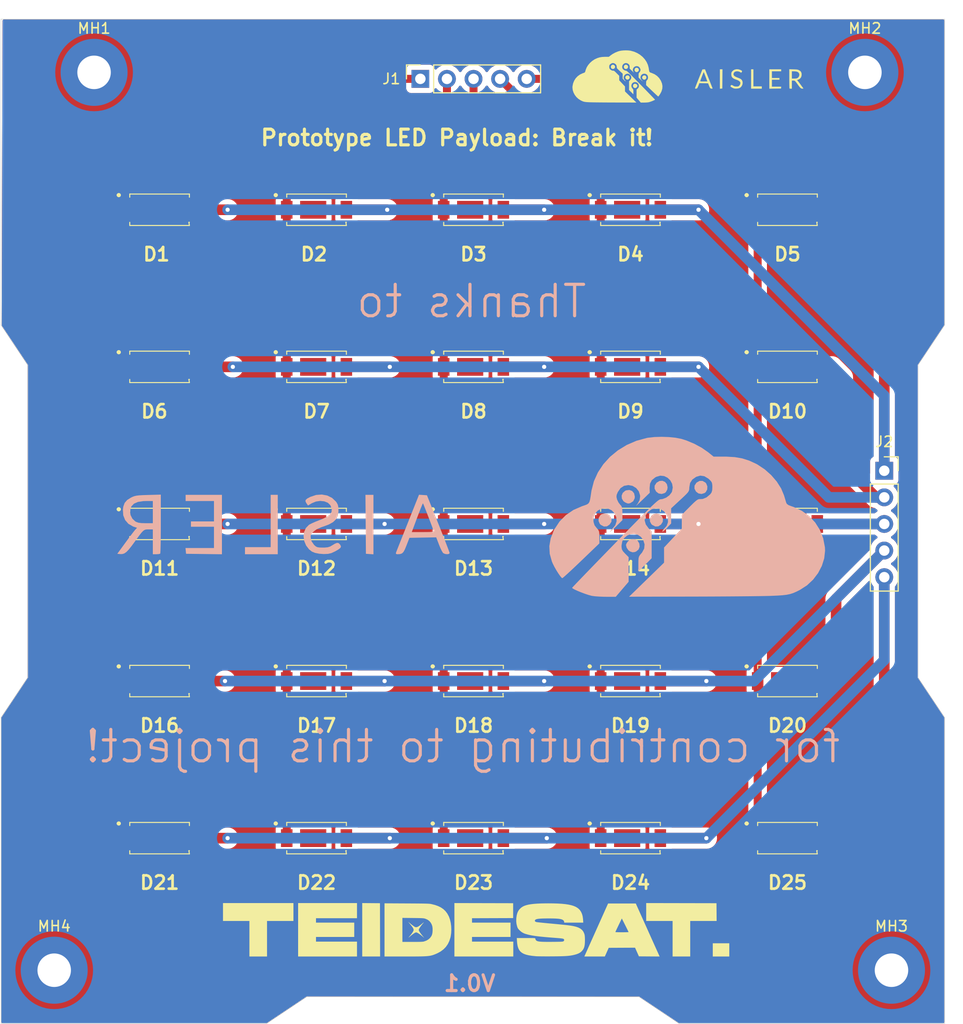
<source format=kicad_pcb>
(kicad_pcb (version 20221018) (generator pcbnew)
  (title_block (comment 4 "AISLER Project ID: OTWVTJQZ"))
  (layers (0 "F.Cu" signal) (31 "B.Cu" signal) (34 "B.Paste" user) (35 "F.Paste" user) (36 "B.SilkS" user "B.Silkscreen") (37 "F.SilkS" user "F.Silkscreen") (38 "B.Mask" user) (39 "F.Mask" user) (44 "Edge.Cuts" user))
  (net 0 "")
  (net 1 "GND")
  (net 2 "/GND_0")
  (net 3 "/VCC_0")
  (net 4 "/GND_1")
  (net 5 "/GND_2")
  (net 6 "/GND_3")
  (net 7 "/GND_4")
  (net 8 "/VCC_1")
  (net 9 "/VCC_2")
  (net 10 "/VCC_3")
  (net 11 "/VCC_4")
  (footprint "MountingHole:MountingHole_3.2mm_M3_Pad" (layer "F.Cu") (at 110.49 55.88)
    (fp_text reference "MH1" (at 0 -4.2) (layer "F.SilkS"))
    (fp_text value "M3")
    (pad "1" thru_hole circle (at 0 0) (size 6.4 6.4) (drill 3.2) (layers "*.Cu" "*.Mask") (net 1 "GND"))
  )
  (footprint "MountingHole:MountingHole_3.2mm_M3_Pad" (layer "F.Cu") (at 184.15 55.88)
    (fp_text reference "MH2" (at 0 -4.2) (layer "F.SilkS"))
    (fp_text value "M3")
    (pad "1" thru_hole circle (at 0 0) (size 6.4 6.4) (drill 3.2) (layers "*.Cu" "*.Mask") (net 1 "GND"))
  )
  (footprint "MountingHole:MountingHole_3.2mm_M3_Pad" (layer "F.Cu") (at 186.69 141.61)
    (fp_text reference "MH3" (at 0 -4.2) (layer "F.SilkS"))
    (fp_text value "M3")
    (pad "1" thru_hole circle (at 0 0) (size 6.4 6.4) (drill 3.2) (layers "*.Cu" "*.Mask") (net 1 "GND"))
  )
  (footprint "MountingHole:MountingHole_3.2mm_M3_Pad" (layer "F.Cu") (at 106.68 141.61)
    (fp_text reference "MH4" (at 0 -4.2) (layer "F.SilkS"))
    (fp_text value "M3")
    (pad "1" thru_hole circle (at 0 0) (size 6.4 6.4) (drill 3.2) (layers "*.Cu" "*.Mask") (net 1 "GND"))
  )
  (footprint "Downloaded Parts:SM5730UWDW05" (layer "F.Cu") (at 146.75 69)
    (fp_text reference "D3" (at 0 4.25) (layer "F.SilkS") (effects (font (size 1.27 1.27) (thickness 0.254))))
    (fp_text value "LED" hide)
    (pad "1" smd rect (at -2.85 0) (size 1.1 1.7) (layers "F.Cu" "F.Paste" "F.Mask") (net 5 "/GND_2"))
    (pad "2" smd rect (at 2.85 0) (size 1.1 1.7) (layers "F.Cu" "F.Paste" "F.Mask") (net 3 "/VCC_0"))
    (pad "3" smd rect (at -0.32 0 90) (size 1.7 2.5) (layers "F.Cu" "F.Paste" "F.Mask"))
  )
  (footprint "Downloaded Parts:SM5730UWDW05" (layer "F.Cu") (at 146.75 114)
    (fp_text reference "D18" (at 0 4.25) (layer "F.SilkS") (effects (font (size 1.27 1.27) (thickness 0.254))))
    (fp_text value "LED" hide)
    (pad "1" smd rect (at -2.85 0) (size 1.1 1.7) (layers "F.Cu" "F.Paste" "F.Mask") (net 5 "/GND_2"))
    (pad "2" smd rect (at 2.85 0) (size 1.1 1.7) (layers "F.Cu" "F.Paste" "F.Mask") (net 10 "/VCC_3"))
    (pad "3" smd rect (at -0.32 0 90) (size 1.7 2.5) (layers "F.Cu" "F.Paste" "F.Mask"))
  )
  (footprint "Downloaded Parts:SM5730UWDW05" (layer "F.Cu") (at 176.75 114)
    (fp_text reference "D20" (at 0 4.25) (layer "F.SilkS") (effects (font (size 1.27 1.27) (thickness 0.254))))
    (fp_text value "LED" hide)
    (pad "1" smd rect (at -2.85 0) (size 1.1 1.7) (layers "F.Cu" "F.Paste" "F.Mask") (net 7 "/GND_4"))
    (pad "2" smd rect (at 2.85 0) (size 1.1 1.7) (layers "F.Cu" "F.Paste" "F.Mask") (net 10 "/VCC_3"))
    (pad "3" smd rect (at -0.32 0 90) (size 1.7 2.5) (layers "F.Cu" "F.Paste" "F.Mask"))
  )
  (footprint "Connector_PinSocket_2.54mm:PinSocket_1x05_P2.54mm_Vertical" (layer "F.Cu") (at 141.67 56.5 90)
    (fp_text reference "J1" (at 0 -2.77 180) (layer "F.SilkS"))
    (fp_text value "Conn_01x05_Socket")
    (pad "1" thru_hole rect (at 0 0 90) (size 1.7 1.7) (drill 1) (layers "*.Cu" "*.Mask") (net 2 "/GND_0"))
    (pad "2" thru_hole oval (at 0 2.54 90) (size 1.7 1.7) (drill 1) (layers "*.Cu" "*.Mask") (net 4 "/GND_1"))
    (pad "3" thru_hole oval (at 0 5.08 90) (size 1.7 1.7) (drill 1) (layers "*.Cu" "*.Mask") (net 5 "/GND_2"))
    (pad "4" thru_hole oval (at 0 7.62 90) (size 1.7 1.7) (drill 1) (layers "*.Cu" "*.Mask") (net 6 "/GND_3"))
    (pad "5" thru_hole oval (at 0 10.16 90) (size 1.7 1.7) (drill 1) (layers "*.Cu" "*.Mask") (net 7 "/GND_4"))
  )
  (footprint "Downloaded Parts:SM5730UWDW05" (layer "F.Cu") (at 131.75 84)
    (fp_text reference "D7" (at 0 4.25) (layer "F.SilkS") (effects (font (size 1.27 1.27) (thickness 0.254))))
    (fp_text value "LED" hide)
    (pad "1" smd rect (at -2.85 0) (size 1.1 1.7) (layers "F.Cu" "F.Paste" "F.Mask") (net 4 "/GND_1"))
    (pad "2" smd rect (at 2.85 0) (size 1.1 1.7) (layers "F.Cu" "F.Paste" "F.Mask") (net 8 "/VCC_1"))
    (pad "3" smd rect (at -0.32 0 90) (size 1.7 2.5) (layers "F.Cu" "F.Paste" "F.Mask"))
  )
  (footprint "Downloaded Parts:SM5730UWDW05" (layer "F.Cu") (at 146.75 99)
    (fp_text reference "D13" (at 0 4.25) (layer "F.SilkS") (effects (font (size 1.27 1.27) (thickness 0.254))))
    (fp_text value "LED" hide)
    (pad "1" smd rect (at -2.85 0) (size 1.1 1.7) (layers "F.Cu" "F.Paste" "F.Mask") (net 5 "/GND_2"))
    (pad "2" smd rect (at 2.85 0) (size 1.1 1.7) (layers "F.Cu" "F.Paste" "F.Mask") (net 9 "/VCC_2"))
    (pad "3" smd rect (at -0.32 0 90) (size 1.7 2.5) (layers "F.Cu" "F.Paste" "F.Mask"))
  )
  (footprint "Downloaded Parts:SM5730UWDW05" (layer "F.Cu") (at 161.75 129)
    (fp_text reference "D24" (at 0 4.25) (layer "F.SilkS") (effects (font (size 1.27 1.27) (thickness 0.254))))
    (fp_text value "LED" hide)
    (pad "1" smd rect (at -2.85 0) (size 1.1 1.7) (layers "F.Cu" "F.Paste" "F.Mask") (net 6 "/GND_3"))
    (pad "2" smd rect (at 2.85 0) (size 1.1 1.7) (layers "F.Cu" "F.Paste" "F.Mask") (net 11 "/VCC_4"))
    (pad "3" smd rect (at -0.32 0 90) (size 1.7 2.5) (layers "F.Cu" "F.Paste" "F.Mask"))
  )
  (footprint "Downloaded Parts:SM5730UWDW05" (layer "F.Cu") (at 146.75 129)
    (fp_text reference "D23" (at 0 4.25) (layer "F.SilkS") (effects (font (size 1.27 1.27) (thickness 0.254))))
    (fp_text value "LED" hide)
    (pad "1" smd rect (at -2.85 0) (size 1.1 1.7) (layers "F.Cu" "F.Paste" "F.Mask") (net 5 "/GND_2"))
    (pad "2" smd rect (at 2.85 0) (size 1.1 1.7) (layers "F.Cu" "F.Paste" "F.Mask") (net 11 "/VCC_4"))
    (pad "3" smd rect (at -0.32 0 90) (size 1.7 2.5) (layers "F.Cu" "F.Paste" "F.Mask"))
  )
  (footprint "Downloaded Parts:Aisler Logo 22,1x5mm" (layer "F.Cu") (at 167.25 56.25)
    (fp_text reference "" (at 0 0) (layer "F.SilkS") (effects (font (size 1.5 1.5) (thickness 0.3))))
    (fp_text value "LOGO" hide)
  )
  (footprint "Downloaded Parts:SM5730UWDW05" (layer "F.Cu") (at 116.75 69)
    (fp_text reference "D1" (at -0.3 4.25) (layer "F.SilkS") (effects (font (size 1.27 1.27) (thickness 0.254))))
    (fp_text value "LED" hide)
    (pad "1" smd rect (at -2.85 0) (size 1.1 1.7) (layers "F.Cu" "F.Paste" "F.Mask") (net 2 "/GND_0"))
    (pad "2" smd rect (at 2.85 0) (size 1.1 1.7) (layers "F.Cu" "F.Paste" "F.Mask") (net 3 "/VCC_0"))
    (pad "3" smd rect (at -0.32 0 90) (size 1.7 2.5) (layers "F.Cu" "F.Paste" "F.Mask"))
  )
  (footprint "Downloaded Parts:SM5730UWDW05" (layer "F.Cu") (at 176.75 99)
    (fp_text reference "D15" (at 0 4.25) (layer "F.SilkS") (effects (font (size 1.27 1.27) (thickness 0.254))))
    (fp_text value "LED" hide)
    (pad "1" smd rect (at -2.85 0) (size 1.1 1.7) (layers "F.Cu" "F.Paste" "F.Mask") (net 7 "/GND_4"))
    (pad "2" smd rect (at 2.85 0) (size 1.1 1.7) (layers "F.Cu" "F.Paste" "F.Mask") (net 9 "/VCC_2"))
    (pad "3" smd rect (at -0.32 0 90) (size 1.7 2.5) (layers "F.Cu" "F.Paste" "F.Mask"))
  )
  (footprint "Downloaded Parts:SM5730UWDW05" (layer "F.Cu") (at 116.75 99)
    (fp_text reference "D11" (at 0 4.25) (layer "F.SilkS") (effects (font (size 1.27 1.27) (thickness 0.254))))
    (fp_text value "LED" hide)
    (pad "1" smd rect (at -2.85 0) (size 1.1 1.7) (layers "F.Cu" "F.Paste" "F.Mask") (net 2 "/GND_0"))
    (pad "2" smd rect (at 2.85 0) (size 1.1 1.7) (layers "F.Cu" "F.Paste" "F.Mask") (net 9 "/VCC_2"))
    (pad "3" smd rect (at -0.32 0 90) (size 1.7 2.5) (layers "F.Cu" "F.Paste" "F.Mask"))
  )
  (footprint "Downloaded Parts:SM5730UWDW05" (layer "F.Cu") (at 131.75 114)
    (fp_text reference "D17" (at 0 4.25) (layer "F.SilkS") (effects (font (size 1.27 1.27) (thickness 0.254))))
    (fp_text value "LED" hide)
    (pad "1" smd rect (at -2.85 0) (size 1.1 1.7) (layers "F.Cu" "F.Paste" "F.Mask") (net 4 "/GND_1"))
    (pad "2" smd rect (at 2.85 0) (size 1.1 1.7) (layers "F.Cu" "F.Paste" "F.Mask") (net 10 "/VCC_3"))
    (pad "3" smd rect (at -0.32 0 90) (size 1.7 2.5) (layers "F.Cu" "F.Paste" "F.Mask"))
  )
  (footprint "Downloaded Parts:SM5730UWDW05" (layer "F.Cu") (at 131.75 69)
    (fp_text reference "D2" (at -0.25 4.25) (layer "F.SilkS") (effects (font (size 1.27 1.27) (thickness 0.254))))
    (fp_text value "LED" hide)
    (pad "1" smd rect (at -2.85 0) (size 1.1 1.7) (layers "F.Cu" "F.Paste" "F.Mask") (net 4 "/GND_1"))
    (pad "2" smd rect (at 2.85 0) (size 1.1 1.7) (layers "F.Cu" "F.Paste" "F.Mask") (net 3 "/VCC_0"))
    (pad "3" smd rect (at -0.32 0 90) (size 1.7 2.5) (layers "F.Cu" "F.Paste" "F.Mask"))
  )
  (footprint "Downloaded Parts:SM5730UWDW05" (layer "F.Cu") (at 146.75 84)
    (fp_text reference "D8" (at 0 4.25) (layer "F.SilkS") (effects (font (size 1.27 1.27) (thickness 0.254))))
    (fp_text value "LED" hide)
    (pad "1" smd rect (at -2.85 0) (size 1.1 1.7) (layers "F.Cu" "F.Paste" "F.Mask") (net 5 "/GND_2"))
    (pad "2" smd rect (at 2.85 0) (size 1.1 1.7) (layers "F.Cu" "F.Paste" "F.Mask") (net 8 "/VCC_1"))
    (pad "3" smd rect (at -0.32 0 90) (size 1.7 2.5) (layers "F.Cu" "F.Paste" "F.Mask"))
  )
  (footprint "Downloaded Parts:SM5730UWDW05" (layer "F.Cu") (at 176.75 84)
    (fp_text reference "D10" (at 0 4.25) (layer "F.SilkS") (effects (font (size 1.27 1.27) (thickness 0.254))))
    (fp_text value "LED" hide)
    (pad "1" smd rect (at -2.85 0) (size 1.1 1.7) (layers "F.Cu" "F.Paste" "F.Mask") (net 7 "/GND_4"))
    (pad "2" smd rect (at 2.85 0) (size 1.1 1.7) (layers "F.Cu" "F.Paste" "F.Mask") (net 8 "/VCC_1"))
    (pad "3" smd rect (at -0.32 0 90) (size 1.7 2.5) (layers "F.Cu" "F.Paste" "F.Mask"))
  )
  (footprint "Downloaded Parts:SM5730UWDW05" (layer "F.Cu") (at 161.75 69)
    (fp_text reference "D4" (at 0 4.25) (layer "F.SilkS") (effects (font (size 1.27 1.27) (thickness 0.254))))
    (fp_text value "LED" hide)
    (pad "1" smd rect (at -2.85 0) (size 1.1 1.7) (layers "F.Cu" "F.Paste" "F.Mask") (net 6 "/GND_3"))
    (pad "2" smd rect (at 2.85 0) (size 1.1 1.7) (layers "F.Cu" "F.Paste" "F.Mask") (net 3 "/VCC_0"))
    (pad "3" smd rect (at -0.32 0 90) (size 1.7 2.5) (layers "F.Cu" "F.Paste" "F.Mask"))
  )
  (footprint "Downloaded Parts:SM5730UWDW05" (layer "F.Cu") (at 131.75 129)
    (fp_text reference "D22" (at 0 4.25) (layer "F.SilkS") (effects (font (size 1.27 1.27) (thickness 0.254))))
    (fp_text value "LED" hide)
    (pad "1" smd rect (at -2.85 0) (size 1.1 1.7) (layers "F.Cu" "F.Paste" "F.Mask") (net 4 "/GND_1"))
    (pad "2" smd rect (at 2.85 0) (size 1.1 1.7) (layers "F.Cu" "F.Paste" "F.Mask") (net 11 "/VCC_4"))
    (pad "3" smd rect (at -0.32 0 90) (size 1.7 2.5) (layers "F.Cu" "F.Paste" "F.Mask"))
  )
  (footprint "Downloaded Parts:SM5730UWDW05" (layer "F.Cu") (at 116.75 129)
    (fp_text reference "D21" (at 0 4.25) (layer "F.SilkS") (effects (font (size 1.27 1.27) (thickness 0.254))))
    (fp_text value "LED" hide)
    (pad "1" smd rect (at -2.85 0) (size 1.1 1.7) (layers "F.Cu" "F.Paste" "F.Mask") (net 2 "/GND_0"))
    (pad "2" smd rect (at 2.85 0) (size 1.1 1.7) (layers "F.Cu" "F.Paste" "F.Mask") (net 11 "/VCC_4"))
    (pad "3" smd rect (at -0.32 0 90) (size 1.7 2.5) (layers "F.Cu" "F.Paste" "F.Mask"))
  )
  (footprint "Downloaded Parts:SM5730UWDW05" (layer "F.Cu") (at 176.75 129)
    (fp_text reference "D25" (at 0 4.25) (layer "F.SilkS") (effects (font (size 1.27 1.27) (thickness 0.254))))
    (fp_text value "LED" hide)
    (pad "1" smd rect (at -2.85 0) (size 1.1 1.7) (layers "F.Cu" "F.Paste" "F.Mask") (net 7 "/GND_4"))
    (pad "2" smd rect (at 2.85 0) (size 1.1 1.7) (layers "F.Cu" "F.Paste" "F.Mask") (net 11 "/VCC_4"))
    (pad "3" smd rect (at -0.32 0 90) (size 1.7 2.5) (layers "F.Cu" "F.Paste" "F.Mask"))
  )
  (footprint "Downloaded Parts:SM5730UWDW05" (layer "F.Cu") (at 116.75 114)
    (fp_text reference "D16" (at 0 4.25) (layer "F.SilkS") (effects (font (size 1.27 1.27) (thickness 0.254))))
    (fp_text value "LED" hide)
    (pad "1" smd rect (at -2.85 0) (size 1.1 1.7) (layers "F.Cu" "F.Paste" "F.Mask") (net 2 "/GND_0"))
    (pad "2" smd rect (at 2.85 0) (size 1.1 1.7) (layers "F.Cu" "F.Paste" "F.Mask") (net 10 "/VCC_3"))
    (pad "3" smd rect (at -0.32 0 90) (size 1.7 2.5) (layers "F.Cu" "F.Paste" "F.Mask"))
  )
  (footprint "Downloaded Parts:SM5730UWDW05" (layer "F.Cu") (at 161.75 114)
    (fp_text reference "D19" (at 0 4.25) (layer "F.SilkS") (effects (font (size 1.27 1.27) (thickness 0.254))))
    (fp_text value "LED" hide)
    (pad "1" smd rect (at -2.85 0) (size 1.1 1.7) (layers "F.Cu" "F.Paste" "F.Mask") (net 6 "/GND_3"))
    (pad "2" smd rect (at 2.85 0) (size 1.1 1.7) (layers "F.Cu" "F.Paste" "F.Mask") (net 10 "/VCC_3"))
    (pad "3" smd rect (at -0.32 0 90) (size 1.7 2.5) (layers "F.Cu" "F.Paste" "F.Mask"))
  )
  (footprint "Downloaded Parts:TeideSatLogo65x20mm" (layer "F.Cu") (at 147 137.75)
    (fp_text reference "G***" hide)
    (fp_text value "LOGO" hide)
  )
  (footprint "Downloaded Parts:SM5730UWDW05" (layer "F.Cu") (at 131.75 99)
    (fp_text reference "D12" (at 0 4.25) (layer "F.SilkS") (effects (font (size 1.27 1.27) (thickness 0.254))))
    (fp_text value "LED" hide)
    (pad "1" smd rect (at -2.85 0) (size 1.1 1.7) (layers "F.Cu" "F.Paste" "F.Mask") (net 4 "/GND_1"))
    (pad "2" smd rect (at 2.85 0) (size 1.1 1.7) (layers "F.Cu" "F.Paste" "F.Mask") (net 9 "/VCC_2"))
    (pad "3" smd rect (at -0.32 0 90) (size 1.7 2.5) (layers "F.Cu" "F.Paste" "F.Mask"))
  )
  (footprint "Connector_PinSocket_2.54mm:PinSocket_1x05_P2.54mm_Vertical" (layer "F.Cu") (at 186 93.92)
    (fp_text reference "J2" (at 0 -2.77) (layer "F.SilkS"))
    (fp_text value "Conn_01x05_Socket")
    (pad "1" thru_hole rect (at 0 0) (size 1.7 1.7) (drill 1) (layers "*.Cu" "*.Mask") (net 3 "/VCC_0"))
    (pad "2" thru_hole oval (at 0 2.54) (size 1.7 1.7) (drill 1) (layers "*.Cu" "*.Mask") (net 8 "/VCC_1"))
    (pad "3" thru_hole oval (at 0 5.08) (size 1.7 1.7) (drill 1) (layers "*.Cu" "*.Mask") (net 9 "/VCC_2"))
    (pad "4" thru_hole oval (at 0 7.62) (size 1.7 1.7) (drill 1) (layers "*.Cu" "*.Mask") (net 10 "/VCC_3"))
    (pad "5" thru_hole oval (at 0 10.16) (size 1.7 1.7) (drill 1) (layers "*.Cu" "*.Mask") (net 11 "/VCC_4"))
  )
  (footprint "Downloaded Parts:SM5730UWDW05" (layer "F.Cu") (at 161.75 84)
    (fp_text reference "D9" (at 0 4.25) (layer "F.SilkS") (effects (font (size 1.27 1.27) (thickness 0.254))))
    (fp_text value "LED" hide)
    (pad "1" smd rect (at -2.85 0) (size 1.1 1.7) (layers "F.Cu" "F.Paste" "F.Mask") (net 6 "/GND_3"))
    (pad "2" smd rect (at 2.85 0) (size 1.1 1.7) (layers "F.Cu" "F.Paste" "F.Mask") (net 8 "/VCC_1"))
    (pad "3" smd rect (at -0.32 0 90) (size 1.7 2.5) (layers "F.Cu" "F.Paste" "F.Mask"))
  )
  (footprint "Downloaded Parts:SM5730UWDW05" (layer "F.Cu") (at 176.75 69)
    (fp_text reference "D5" (at 0 4.25) (layer "F.SilkS") (effects (font (size 1.27 1.27) (thickness 0.254))))
    (fp_text value "LED" hide)
    (pad "1" smd rect (at -2.85 0) (size 1.1 1.7) (layers "F.Cu" "F.Paste" "F.Mask") (net 7 "/GND_4"))
    (pad "2" smd rect (at 2.85 0) (size 1.1 1.7) (layers "F.Cu" "F.Paste" "F.Mask") (net 3 "/VCC_0"))
    (pad "3" smd rect (at -0.32 0 90) (size 1.7 2.5) (layers "F.Cu" "F.Paste" "F.Mask"))
  )
  (footprint "Downloaded Parts:SM5730UWDW05" (layer "F.Cu") (at 116.75 84)
    (fp_text reference "D6" (at -0.5 4.25) (layer "F.SilkS") (effects (font (size 1.27 1.27) (thickness 0.254))))
    (fp_text value "LED" hide)
    (pad "1" smd rect (at -2.85 0) (size 1.1 1.7) (layers "F.Cu" "F.Paste" "F.Mask") (net 2 "/GND_0"))
    (pad "2" smd rect (at 2.85 0) (size 1.1 1.7) (layers "F.Cu" "F.Paste" "F.Mask") (net 8 "/VCC_1"))
    (pad "3" smd rect (at -0.32 0 90) (size 1.7 2.5) (layers "F.Cu" "F.Paste" "F.Mask"))
  )
  (footprint "Downloaded Parts:SM5730UWDW05" (layer "F.Cu") (at 161.75 99)
    (fp_text reference "D14" (at 0 4.25) (layer "F.SilkS") (effects (font (size 1.27 1.27) (thickness 0.254))))
    (fp_text value "LED" hide)
    (pad "1" smd rect (at -2.85 0) (size 1.1 1.7) (layers "F.Cu" "F.Paste" "F.Mask") (net 6 "/GND_3"))
    (pad "2" smd rect (at 2.85 0) (size 1.1 1.7) (layers "F.Cu" "F.Paste" "F.Mask") (net 9 "/VCC_2"))
    (pad "3" smd rect (at -0.32 0 90) (size 1.7 2.5) (layers "F.Cu" "F.Paste" "F.Mask"))
  )
  (footprint "Downloaded Parts:Aisler Logo" (layer "B.Cu") (at 146.5 98.25 180)
    (fp_text reference "" (at 0 0) (layer "B.SilkS") (effects (font (size 1.5 1.5) (thickness 0.3)) (justify mirror)))
    (fp_text value "LOGO" hide)
  )
  (gr_line (start 191.77 146.69) (end 166.37 146.69) (stroke (width 0.05)) (layer "Edge.Cuts"))
  (gr_line (start 127 146.69) (end 130.81 144.15) (stroke (width 0.05)) (layer "Edge.Cuts"))
  (gr_line (start 104.14 83.82) (end 104.14 113.67) (stroke (width 0.05)) (layer "Edge.Cuts"))
  (gr_line (start 191.77 117.48) (end 191.77 146.69) (stroke (width 0.05)) (layer "Edge.Cuts"))
  (gr_line (start 101.6 80.01) (end 101.6 50.8) (stroke (width 0.05)) (layer "Edge.Cuts"))
  (gr_line (start 191.77 80.01) (end 191.77 50.8) (stroke (width 0.05)) (layer "Edge.Cuts"))
  (gr_line (start 101.6 80.01) (end 104.14 83.82) (stroke (width 0.05)) (layer "Edge.Cuts"))
  (gr_line (start 191.77 117.48) (end 189.23 113.67) (stroke (width 0.05)) (layer "Edge.Cuts"))
  (gr_line (start 189.23 113.67) (end 189.23 83.82) (stroke (width 0.05)) (layer "Edge.Cuts"))
  (gr_line (start 130.81 144.145) (end 162.56 144.15) (stroke (width 0.05)) (layer "Edge.Cuts"))
  (gr_line (start 104.14 113.67) (end 101.6 117.48) (stroke (width 0.05)) (layer "Edge.Cuts"))
  (gr_line (start 189.23 83.82) (end 191.77 80.01) (stroke (width 0.05)) (layer "Edge.Cuts"))
  (gr_line (start 162.56 144.15) (end 166.37 146.69) (stroke (width 0.05)) (layer "Edge.Cuts"))
  (gr_line locked (start 101.6 50.8) (end 191.77 50.8) (stroke (width 0.05)) (layer "Edge.Cuts"))
  (gr_line (start 101.6 146.69) (end 127 146.69) (stroke (width 0.05)) (layer "Edge.Cuts"))
  (gr_line (start 101.6 117.48) (end 101.6 146.69) (stroke (width 0.05)) (layer "Edge.Cuts"))
  (gr_text "V0.1" (at 149 143.75) (layer "B.SilkS") (effects (font (size 1.5 1.5) (thickness 0.3) bold) (justify left bottom mirror)))
  (gr_text "for contributing to this project!" (at 182 122) (layer "B.SilkS") (effects (font (size 3 3) (thickness 0.3) bold) (justify left bottom mirror)))
  (gr_text "Thanks to" (at 157.75 79.5) (layer "B.SilkS") (effects (font (size 3 3) (thickness 0.3) bold) (justify left bottom mirror)))
  (gr_text "Prototype LED Payload: Break it!" (at 126.25 63) (layer "F.SilkS") (effects (font (size 1.5 1.5) (thickness 0.3) bold) (justify left bottom)))
  (segment (start 184.155 55.885) (end 184.15 55.88) (width 1.27) (layer "F.Cu") (net 1))
  (segment (start 110.485 55.885) (end 110.49 55.88) (width 1.27) (layer "F.Cu") (net 1))
  (segment (start 125.668 56.5) (end 141.67 56.5) (width 0.762) (layer "F.Cu") (net 2))
  (segment (start 113.9 99) (end 113.9 84) (width 0.762) (layer "F.Cu") (net 2))
  (segment (start 113.9 114) (end 113.9 99) (width 0.762) (layer "F.Cu") (net 2))
  (segment (start 113.9 129) (end 113.9 114) (width 0.762) (layer "F.Cu") (net 2))
  (segment (start 113.9 84) (end 113.9 69) (width 0.762) (layer "F.Cu") (net 2))
  (segment (start 113.9 68.268) (end 125.668 56.5) (width 0.762) (layer "F.Cu") (net 2))
  (segment (start 113.9 69) (end 113.9 68.268) (width 0.762) (layer "F.Cu") (net 2))
  (segment (start 164.6 69) (end 168.25 69) (width 1.016) (layer "F.Cu") (net 3))
  (segment (start 182.75 69) (end 186 72.25) (width 1.016) (layer "F.Cu") (net 3))
  (segment (start 186 72.25) (end 186 93.92) (width 1.016) (layer "F.Cu") (net 3))
  (segment (start 119.6 69) (end 123.25 69) (width 1.016) (layer "F.Cu") (net 3))
  (segment (start 134.6 69) (end 138.5 69) (width 1.016) (layer "F.Cu") (net 3))
  (segment (start 149.6 69) (end 153.5 69) (width 1.016) (layer "F.Cu") (net 3))
  (segment (start 179.6 69) (end 182.75 69) (width 1.016) (layer "F.Cu") (net 3))
  (via (at 138.5 69) (size 0.8) (drill 0.4) (layers "F.Cu" "B.Cu") (net 3))
  (via (at 153.5 69) (size 0.8) (drill 0.4) (layers "F.Cu" "B.Cu") (net 3))
  (via (at 123.25 69) (size 0.8) (drill 0.4) (layers "F.Cu" "B.Cu") (net 3))
  (via (at 168.25 69) (size 0.8) (drill 0.4) (layers "F.Cu" "B.Cu") (net 3))
  (segment (start 123.25 69) (end 168.25 69) (width 1.016) (layer "B.Cu") (net 3))
  (segment (start 186 86.75) (end 186 93.92) (width 1.016) (layer "B.Cu") (net 3))
  (segment (start 168.25 69) (end 186 86.75) (width 1.016) (layer "B.Cu") (net 3))
  (segment (start 142.375 61.875) (end 144.21 60.04) (width 0.762) (layer "F.Cu") (net 4))
  (segment (start 128.9 73.75) (end 128.9 99) (width 0.762) (layer "F.Cu") (net 4))
  (segment (start 128.9 99) (end 128.9 114) (width 0.762) (layer "F.Cu") (net 4))
  (segment (start 144.21 60.04) (end 144.21 56.5) (width 0.762) (layer "F.Cu") (net 4))
  (segment (start 128.9 84) (end 128.9 73.75) (width 0.762) (layer "F.Cu") (net 4))
  (segment (start 128.9 69) (end 128.9 73.75) (width 0.762) (layer "F.Cu") (net 4))
  (segment (start 128.9 114) (end 128.9 129) (width 0.762) (layer "F.Cu") (net 4))
  (segment (start 134.413 61.875) (end 142.375 61.875) (width 0.762) (layer "F.Cu") (net 4))
  (segment (start 128.9 69) (end 128.9 67.388) (width 0.762) (layer "F.Cu") (net 4))
  (segment (start 128.9 67.388) (end 134.413 61.875) (width 0.762) (layer "F.Cu") (net 4))
  (segment (start 146.75 61.75) (end 146.75 56.5) (width 0.762) (layer "F.Cu") (net 5))
  (segment (start 143.9 69) (end 143.9 64.6) (width 0.762) (layer "F.Cu") (net 5))
  (segment (start 143.9 64.6) (end 146.75 61.75) (width 0.762) (layer "F.Cu") (net 5))
  (segment (start 143.9 129) (end 143.9 114) (width 0.762) (layer "F.Cu") (net 5))
  (segment (start 143.9 99) (end 143.9 84) (width 0.762) (layer "F.Cu") (net 5))
  (segment (start 143.9 114) (end 143.9 99) (width 0.762) (layer "F.Cu") (net 5))
  (segment (start 143.9 84) (end 143.9 69) (width 0.762) (layer "F.Cu") (net 5))
  (segment (start 158.9 69) (end 158.9 66.11) (width 0.762) (layer "F.Cu") (net 6))
  (segment (start 158.9 66.11) (end 149.29 56.5) (width 0.762) (layer "F.Cu") (net 6))
  (segment (start 158.9 69) (end 158.9 129) (width 0.762) (layer "F.Cu") (net 6))
  (segment (start 173.9 69) (end 173.9 129) (width 0.762) (layer "F.Cu") (net 7))
  (segment (start 173.9 69) (end 161.4 56.5) (width 0.762) (layer "F.Cu") (net 7))
  (segment (start 161.4 56.5) (end 151.83 56.5) (width 0.762) (layer "F.Cu") (net 7))
  (segment (start 182 85) (end 182 93.25) (width 1.016) (layer "F.Cu") (net 8))
  (segment (start 119.6 84) (end 123.75 84) (width 1.016) (layer "F.Cu") (net 8))
  (segment (start 134.6 84) (end 138.75 84) (width 1.016) (layer "F.Cu") (net 8))
  (segment (start 182 93.25) (end 185.21 96.46) (width 1.016) (layer "F.Cu") (net 8))
  (segment (start 149.6 84) (end 153.5 84) (width 1.016) (layer "F.Cu") (net 8))
  (segment (start 181 84) (end 182 85) (width 1.016) (layer "F.Cu") (net 8))
  (segment (start 179.6 84) (end 181 84) (width 1.016) (layer "F.Cu") (net 8))
  (segment (start 185.21 96.46) (end 186 96.46) (width 1.016) (layer "F.Cu") (net 8))
  (segment (start 164.6 84) (end 168.25 84) (width 1.016) (layer "F.Cu") (net 8))
  (via (at 123.75 84) (size 0.8) (drill 0.4) (layers "F.Cu" "B.Cu") (net 8))
  (via (at 138.75 84) (size 0.8) (drill 0.4) (layers "F.Cu" "B.Cu") (net 8))
  (via (at 168.25 84) (size 0.8) (drill 0.4) (layers "F.Cu" "B.Cu") (net 8))
  (via (at 153.5 84) (size 0.8) (drill 0.4) (layers "F.Cu" "B.Cu") (net 8))
  (segment (start 180.71 96.46) (end 186 96.46) (width 1.016) (layer "B.Cu") (net 8))
  (segment (start 123.75 84) (end 168.25 84) (width 1.016) (layer "B.Cu") (net 8))
  (segment (start 184.71 96.46) (end 186 96.46) (width 1.016) (layer "B.Cu") (net 8))
  (segment (start 168.25 84) (end 180.71 96.46) (width 1.016) (layer "B.Cu") (net 8))
  (segment (start 119.6 99) (end 123.25 99) (width 1.016) (layer "F.Cu") (net 9))
  (segment (start 134.6 99) (end 138.25 99) (width 1.016) (layer "F.Cu") (net 9))
  (segment (start 149.6 99) (end 153.5 99) (width 1.016) (layer "F.Cu") (net 9))
  (segment (start 164.6 99) (end 168.25 99) (width 1.016) (layer "F.Cu") (net 9))
  (segment (start 179.6 99) (end 186 99) (width 1.016) (layer "F.Cu") (net 9))
  (via (at 138.25 99) (size 0.8) (drill 0.4) (layers "F.Cu" "B.Cu") (net 9))
  (via (at 168.25 99) (size 0.8) (drill 0.4) (layers "F.Cu" "B.Cu") (net 9))
  (via (at 153.5 99) (size 0.8) (drill 0.4) (layers "F.Cu" "B.Cu") (net 9))
  (via (at 123.25 99) (size 0.8) (drill 0.4) (layers "F.Cu" "B.Cu") (net 9))
  (segment (start 123.25 99) (end 168.25 99) (width 1.016) (layer "B.Cu") (net 9))
  (segment (start 168.25 99) (end 186 99) (width 1.016) (layer "B.Cu") (net 9))
  (segment (start 134.6 114) (end 138.25 114) (width 1.016) (layer "F.Cu") (net 10))
  (segment (start 179.6 114) (end 180.25 114) (width 1.016) (layer "F.Cu") (net 10))
  (segment (start 181.395 112.855) (end 181.395 106.145) (width 1.016) (layer "F.Cu") (net 10))
  (segment (start 164.6 114) (end 169 114) (width 1.016) (layer "F.Cu") (net 10))
  (segment (start 180.25 114) (end 181.395 112.855) (width 1.016) (layer "F.Cu") (net 10))
  (segment (start 119.6 114) (end 123 114) (width 1.016) (layer "F.Cu") (net 10))
  (segment (start 181.395 106.145) (end 186 101.54) (width 1.016) (layer "F.Cu") (net 10))
  (segment (start 149.6 114) (end 153.5 114) (width 1.016) (layer "F.Cu") (net 10))
  (via (at 123 114) (size 0.8) (drill 0.4) (layers "F.Cu" "B.Cu") (net 10))
  (via (at 169 114) (size 0.8) (drill 0.4) (layers "F.Cu" "B.Cu") (net 10))
  (via (at 138.25 114) (size 0.8) (drill 0.4) (layers "F.Cu" "B.Cu") (net 10))
  (via (at 153.5 114) (size 0.8) (drill 0.4) (layers "F.Cu" "B.Cu") (net 10))
  (segment (start 169 114) (end 173.54 114) (width 1.016) (layer "B.Cu") (net 10))
  (segment (start 153.5 114) (end 169 114) (width 1.016) (layer "B.Cu") (net 10))
  (segment (start 173.54 114) (end 186 101.54) (width 1.016) (layer "B.Cu") (net 10))
  (segment (start 138.25 114) (end 153.5 114) (width 1.016) (layer "B.Cu") (net 10))
  (segment (start 123 114) (end 138.25 114) (width 1.016) (layer "B.Cu") (net 10))
  (segment (start 149.6 129.1) (end 149.6 129) (width 1.016) (layer "F.Cu") (net 11))
  (segment (start 169 129) (end 164.6 129) (width 1.016) (layer "F.Cu") (net 11))
  (segment (start 149.6 129) (end 153.75 129) (width 1.016) (layer "F.Cu") (net 11))
  (segment (start 186 124.25) (end 186 104.08) (width 1.016) (layer "F.Cu") (net 11))
  (segment (start 134.6 129) (end 138.75 129) (width 1.016) (layer "F.Cu") (net 11))
  (segment (start 119.6 129) (end 123.25 129) (width 1.016) (layer "F.Cu") (net 11))
  (segment (start 179.6 129) (end 181.25 129) (width 1.016) (layer "F.Cu") (net 11))
  (segment (start 134.6 129) (end 134.6 129.35) (width 1.016) (layer "F.Cu") (net 11))
  (segment (start 164.6 129) (end 164.6 129.1) (width 1.016) (layer "F.Cu") (net 11))
  (segment (start 181.25 129) (end 186 124.25) (width 1.016) (layer "F.Cu") (net 11))
  (via (at 169 129) (size 0.8) (drill 0.4) (layers "F.Cu" "B.Cu") (net 11))
  (via (at 123.25 129) (size 0.8) (drill 0.4) (layers "F.Cu" "B.Cu") (net 11))
  (via (at 153.75 129) (size 0.8) (drill 0.4) (layers "F.Cu" "B.Cu") (net 11))
  (via (at 138.75 129) (size 0.8) (drill 0.4) (layers "F.Cu" "B.Cu") (net 11))
  (segment (start 138.75 129) (end 153.75 129) (width 1.016) (layer "B.Cu") (net 11))
  (segment (start 123.25 129) (end 138.75 129) (width 1.016) (layer "B.Cu") (net 11))
  (segment (start 186 112) (end 186 104.08) (width 1.016) (layer "B.Cu") (net 11))
  (segment (start 153.75 129) (end 169 129) (width 1.016) (layer "B.Cu") (net 11))
  (segment (start 169 129) (end 186 112) (width 1.016) (layer "B.Cu") (net 11))
  (zone (net 1) (net_name "GND") (layer "F.Cu") (connect_pads yes (clearance 0.508)) (min_thickness 0.25) (fill yes (thermal_gap 0.5) (thermal_bridge_width 0.5))
    (polygon (pts (xy 101.75 50.75) (xy 191.75 50.75) (xy 191.75 146.75) (xy 101.5 146.75)))
  )
  (zone (net 1) (net_name "GND") (layer "B.Cu") (priority 1) (connect_pads no (clearance 0.508)) (min_thickness 0.25) (fill yes (thermal_gap 0.5) (thermal_bridge_width 0.5))
    (polygon (pts (xy 101.75 50.75) (xy 191.75 50.75) (xy 191.75 146.75) (xy 101.5 146.75)))
  )
)
</source>
